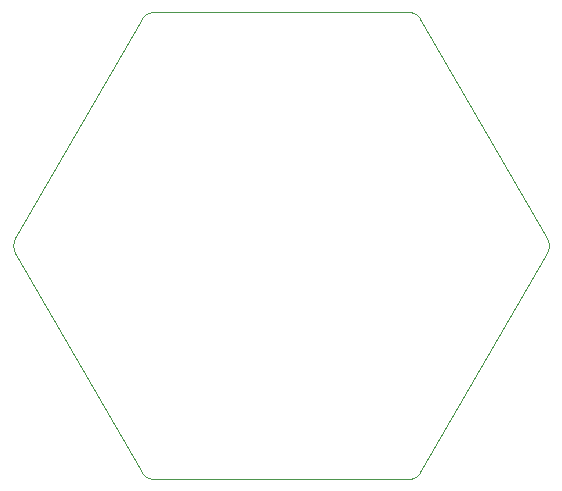
<source format=gbp>
G75*
G70*
%OFA0B0*%
%FSLAX24Y24*%
%IPPOS*%
%LPD*%
%AMOC8*
5,1,8,0,0,1.08239X$1,22.5*
%
%ADD10C,0.0000*%
D10*
X004378Y000350D02*
X000167Y007644D01*
X000147Y007683D01*
X000130Y007723D01*
X000117Y007765D01*
X000108Y007807D01*
X000102Y007850D01*
X000100Y007894D01*
X000102Y007938D01*
X000108Y007981D01*
X000117Y008023D01*
X000130Y008065D01*
X000147Y008105D01*
X000167Y008144D01*
X004378Y015438D01*
X004401Y015475D01*
X004428Y015509D01*
X004457Y015542D01*
X004490Y015571D01*
X004524Y015598D01*
X004561Y015621D01*
X004600Y015641D01*
X004640Y015658D01*
X004682Y015671D01*
X004724Y015680D01*
X004767Y015686D01*
X004811Y015688D01*
X013234Y015688D01*
X013667Y015438D02*
X017878Y008144D01*
X017898Y008105D01*
X017915Y008065D01*
X017928Y008023D01*
X017937Y007981D01*
X017943Y007938D01*
X017945Y007894D01*
X017943Y007850D01*
X017937Y007807D01*
X017928Y007765D01*
X017915Y007723D01*
X017898Y007683D01*
X017878Y007644D01*
X013667Y000350D01*
X013234Y000100D02*
X004811Y000100D01*
X004767Y000102D01*
X004724Y000108D01*
X004682Y000117D01*
X004640Y000130D01*
X004600Y000147D01*
X004561Y000167D01*
X004524Y000190D01*
X004490Y000217D01*
X004457Y000246D01*
X004428Y000279D01*
X004401Y000313D01*
X004378Y000350D01*
X013234Y000100D02*
X013278Y000102D01*
X013321Y000108D01*
X013363Y000117D01*
X013405Y000130D01*
X013445Y000147D01*
X013484Y000167D01*
X013521Y000190D01*
X013555Y000217D01*
X013588Y000246D01*
X013617Y000279D01*
X013644Y000313D01*
X013667Y000350D01*
X013667Y015438D02*
X013644Y015475D01*
X013617Y015509D01*
X013588Y015542D01*
X013555Y015571D01*
X013521Y015598D01*
X013484Y015621D01*
X013445Y015641D01*
X013405Y015658D01*
X013363Y015671D01*
X013321Y015680D01*
X013278Y015686D01*
X013234Y015688D01*
M02*

</source>
